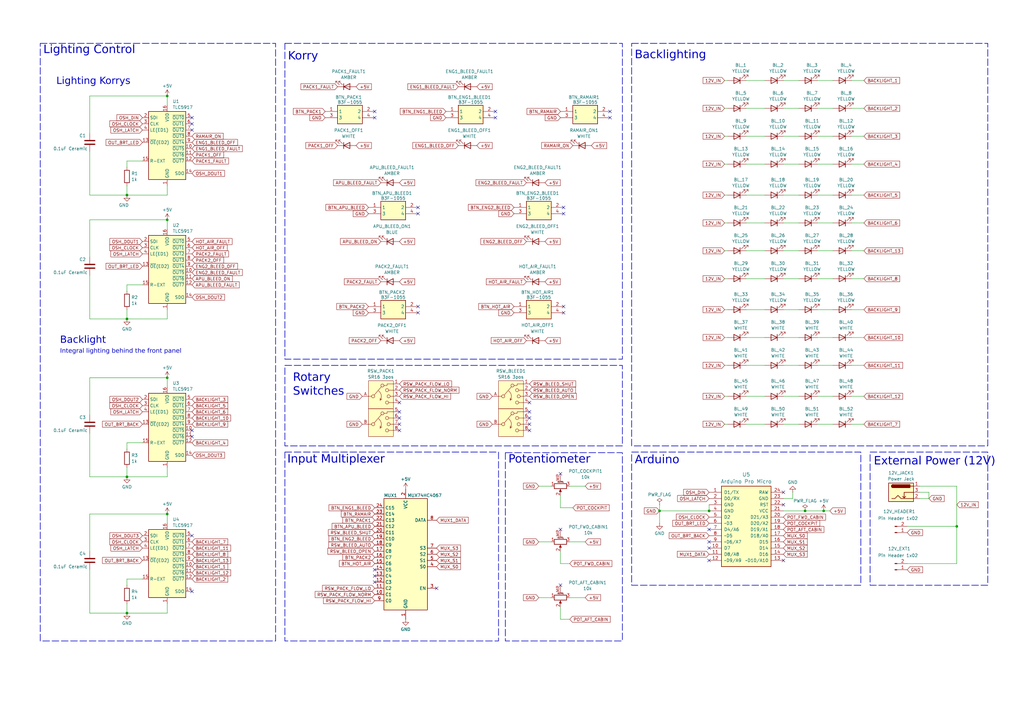
<source format=kicad_sch>
(kicad_sch (version 20231120) (generator "eeschema") (generator_version "8.0")
  (paper "A3")
  (title_block (title "AIR CONDitionPanel") (date "2024-11-17") (rev "V1.0") (company "S.K."))
  (junction (at 68.58 154.94))
  (junction (at 330.2 209.55))
  (junction (at 290.83 209.55))
  (junction (at 68.58 210.82))
  (junction (at 270.51 209.55))
  (junction (at 52.07 130.81))
  (junction (at 68.58 90.17))
  (junction (at 68.58 39.37))
  (junction (at 52.07 195.58))
  (junction (at 392.43 215.9))
  (junction (at 337.82 209.55))
  (junction (at 52.07 251.46))
  (junction (at 52.07 80.01))
  (no_connect (at 78.74 179.07))
  (no_connect (at 78.74 50.8))
  (no_connect (at 321.31 207.01))
  (no_connect (at 153.67 48.26))
  (no_connect (at 171.45 87.63))
  (no_connect (at 78.74 242.57))
  (no_connect (at 78.74 176.53))
  (no_connect (at 229.87 217.17))
  (no_connect (at 163.83 173.99))
  (no_connect (at 153.67 45.72))
  (no_connect (at 171.45 85.09))
  (no_connect (at 250.19 48.26))
  (no_connect (at 179.07 241.3))
  (no_connect (at 78.74 219.71))
  (no_connect (at 153.67 233.68))
  (no_connect (at 171.45 125.73))
  (no_connect (at 321.31 201.93))
  (no_connect (at 321.31 229.87))
  (no_connect (at 231.14 87.63))
  (no_connect (at 217.17 165.1))
  (no_connect (at 217.17 176.53))
  (no_connect (at 217.17 173.99))
  (no_connect (at 203.2 48.26))
  (no_connect (at 78.74 48.26))
  (no_connect (at 231.14 128.27))
  (no_connect (at 290.83 222.25))
  (no_connect (at 290.83 217.17))
  (no_connect (at 163.83 165.1))
  (no_connect (at 290.83 224.79))
  (no_connect (at 217.17 171.45))
  (no_connect (at 231.14 125.73))
  (no_connect (at 203.2 45.72))
  (no_connect (at 78.74 53.34))
  (no_connect (at 163.83 176.53))
  (no_connect (at 163.83 171.45))
  (no_connect (at 231.14 85.09))
  (no_connect (at 153.67 236.22))
  (no_connect (at 217.17 168.91))
  (no_connect (at 171.45 128.27))
  (no_connect (at 163.83 168.91))
  (no_connect (at 250.19 45.72))
  (no_connect (at 229.87 194.31))
  (no_connect (at 290.83 229.87))
  (no_connect (at 229.87 240.03))
  (no_connect (at 153.67 238.76))
  (wire (pts (xy 52.07 127) (xy 52.07 130.81)))
  (wire (pts (xy 392.43 199.39) (xy 392.43 215.9)))
  (wire (pts (xy 306.07 44.45) (xy 313.69 44.45)))
  (wire (pts (xy 36.83 251.46) (xy 52.07 251.46)))
  (wire (pts (xy 321.31 162.56) (xy 327.66 162.56)))
  (wire (pts (xy 321.31 138.43) (xy 327.66 138.43)))
  (wire (pts (xy 321.31 33.02) (xy 327.66 33.02)))
  (wire (pts (xy 349.25 67.31) (xy 354.33 67.31)))
  (wire (pts (xy 229.87 248.92) (xy 229.87 254)))
  (wire (pts (xy 335.28 138.43) (xy 341.63 138.43)))
  (wire (pts (xy 349.25 80.01) (xy 354.33 80.01)))
  (wire (pts (xy 52.07 237.49) (xy 52.07 240.03)))
  (wire (pts (xy 220.98 222.25) (xy 226.06 222.25)))
  (wire (pts (xy 52.07 80.01) (xy 68.58 80.01)))
  (wire (pts (xy 52.07 116.84) (xy 52.07 119.38)))
  (wire (pts (xy 220.98 199.39) (xy 226.06 199.39)))
  (wire (pts (xy 36.83 80.01) (xy 52.07 80.01)))
  (wire (pts (xy 36.83 210.82) (xy 36.83 226.06)))
  (wire (pts (xy 229.87 231.14) (xy 233.68 231.14)))
  (wire (pts (xy 36.83 113.03) (xy 36.83 130.81)))
  (wire (pts (xy 298.45 67.31) (xy 297.18 67.31)))
  (wire (pts (xy 36.83 154.94) (xy 68.58 154.94)))
  (wire (pts (xy 349.25 162.56) (xy 354.33 162.56)))
  (wire (pts (xy 68.58 90.17) (xy 68.58 93.98)))
  (wire (pts (xy 321.31 80.01) (xy 327.66 80.01)))
  (wire (pts (xy 349.25 127) (xy 354.33 127)))
  (wire (pts (xy 36.83 195.58) (xy 52.07 195.58)))
  (wire (pts (xy 377.19 199.39) (xy 392.43 199.39)))
  (wire (pts (xy 36.83 130.81) (xy 52.07 130.81)))
  (wire (pts (xy 68.58 80.01) (xy 68.58 76.2)))
  (wire (pts (xy 298.45 162.56) (xy 297.18 162.56)))
  (wire (pts (xy 349.25 149.86) (xy 354.33 149.86)))
  (wire (pts (xy 52.07 76.2) (xy 52.07 80.01)))
  (wire (pts (xy 36.83 39.37) (xy 36.83 54.61)))
  (wire (pts (xy 377.19 204.47) (xy 381 204.47)))
  (wire (pts (xy 349.25 91.44) (xy 354.33 91.44)))
  (wire (pts (xy 306.07 114.3) (xy 313.69 114.3)))
  (wire (pts (xy 52.07 251.46) (xy 68.58 251.46)))
  (wire (pts (xy 349.25 114.3) (xy 354.33 114.3)))
  (wire (pts (xy 298.45 114.3) (xy 297.18 114.3)))
  (wire (pts (xy 335.28 173.99) (xy 341.63 173.99)))
  (wire (pts (xy 52.07 247.65) (xy 52.07 251.46)))
  (wire (pts (xy 270.51 209.55) (xy 290.83 209.55)))
  (wire (pts (xy 335.28 162.56) (xy 341.63 162.56)))
  (wire (pts (xy 325.12 204.47) (xy 325.12 201.93)))
  (wire (pts (xy 270.51 207.01) (xy 270.51 209.55)))
  (wire (pts (xy 233.68 245.11) (xy 240.03 245.11)))
  (wire (pts (xy 349.25 33.02) (xy 354.33 33.02)))
  (wire (pts (xy 372.11 215.9) (xy 392.43 215.9)))
  (wire (pts (xy 297.18 33.02) (xy 298.45 33.02)))
  (wire (pts (xy 349.25 138.43) (xy 354.33 138.43)))
  (wire (pts (xy 306.07 91.44) (xy 313.69 91.44)))
  (wire (pts (xy 58.42 66.04) (xy 52.07 66.04)))
  (wire (pts (xy 306.07 127) (xy 313.69 127)))
  (wire (pts (xy 52.07 191.77) (xy 52.07 195.58)))
  (wire (pts (xy 381 201.93) (xy 381 204.47)))
  (wire (pts (xy 335.28 149.86) (xy 341.63 149.86)))
  (wire (pts (xy 321.31 149.86) (xy 327.66 149.86)))
  (wire (pts (xy 229.87 254) (xy 233.68 254)))
  (wire (pts (xy 306.07 33.02) (xy 313.69 33.02)))
  (wire (pts (xy 306.07 67.31) (xy 313.69 67.31)))
  (wire (pts (xy 321.31 91.44) (xy 327.66 91.44)))
  (wire (pts (xy 335.28 44.45) (xy 341.63 44.45)))
  (wire (pts (xy 335.28 33.02) (xy 341.63 33.02)))
  (wire (pts (xy 233.68 199.39) (xy 240.03 199.39)))
  (wire (pts (xy 306.07 138.43) (xy 313.69 138.43)))
  (wire (pts (xy 68.58 130.81) (xy 68.58 127)))
  (wire (pts (xy 58.42 116.84) (xy 52.07 116.84)))
  (wire (pts (xy 306.07 173.99) (xy 313.69 173.99)))
  (wire (pts (xy 321.31 204.47) (xy 325.12 204.47)))
  (wire (pts (xy 321.31 67.31) (xy 327.66 67.31)))
  (wire (pts (xy 36.83 62.23) (xy 36.83 80.01)))
  (wire (pts (xy 298.45 138.43) (xy 297.18 138.43)))
  (wire (pts (xy 270.51 214.63) (xy 270.51 209.55)))
  (wire (pts (xy 298.45 127) (xy 297.18 127)))
  (wire (pts (xy 298.45 44.45) (xy 297.18 44.45)))
  (wire (pts (xy 220.98 245.11) (xy 226.06 245.11)))
  (wire (pts (xy 349.25 44.45) (xy 354.33 44.45)))
  (wire (pts (xy 229.87 226.06) (xy 229.87 231.14)))
  (wire (pts (xy 52.07 181.61) (xy 52.07 184.15)))
  (wire (pts (xy 335.28 102.87) (xy 341.63 102.87)))
  (wire (pts (xy 321.31 44.45) (xy 327.66 44.45)))
  (wire (pts (xy 321.31 209.55) (xy 330.2 209.55)))
  (wire (pts (xy 321.31 127) (xy 327.66 127)))
  (wire (pts (xy 306.07 162.56) (xy 313.69 162.56)))
  (wire (pts (xy 36.83 210.82) (xy 68.58 210.82)))
  (wire (pts (xy 68.58 39.37) (xy 68.58 43.18)))
  (wire (pts (xy 298.45 91.44) (xy 297.18 91.44)))
  (wire (pts (xy 335.28 67.31) (xy 341.63 67.31)))
  (wire (pts (xy 36.83 233.68) (xy 36.83 251.46)))
  (wire (pts (xy 349.25 102.87) (xy 354.33 102.87)))
  (wire (pts (xy 377.19 201.93) (xy 381 201.93)))
  (wire (pts (xy 392.43 231.14) (xy 392.43 215.9)))
  (wire (pts (xy 306.07 80.01) (xy 313.69 80.01)))
  (wire (pts (xy 52.07 66.04) (xy 52.07 68.58)))
  (wire (pts (xy 68.58 210.82) (xy 68.58 214.63)))
  (wire (pts (xy 321.31 114.3) (xy 327.66 114.3)))
  (wire (pts (xy 58.42 237.49) (xy 52.07 237.49)))
  (wire (pts (xy 349.25 173.99) (xy 354.33 173.99)))
  (wire (pts (xy 335.28 127) (xy 341.63 127)))
  (wire (pts (xy 36.83 154.94) (xy 36.83 170.18)))
  (wire (pts (xy 321.31 55.88) (xy 327.66 55.88)))
  (wire (pts (xy 36.83 177.8) (xy 36.83 195.58)))
  (wire (pts (xy 330.2 209.55) (xy 337.82 209.55)))
  (wire (pts (xy 337.82 209.55) (xy 340.36 209.55)))
  (wire (pts (xy 36.83 39.37) (xy 68.58 39.37)))
  (wire (pts (xy 335.28 55.88) (xy 341.63 55.88)))
  (wire (pts (xy 68.58 251.46) (xy 68.58 247.65)))
  (wire (pts (xy 298.45 149.86) (xy 297.18 149.86)))
  (wire (pts (xy 321.31 102.87) (xy 327.66 102.87)))
  (wire (pts (xy 298.45 102.87) (xy 297.18 102.87)))
  (wire (pts (xy 233.68 222.25) (xy 240.03 222.25)))
  (wire (pts (xy 306.07 102.87) (xy 313.69 102.87)))
  (wire (pts (xy 335.28 80.01) (xy 341.63 80.01)))
  (wire (pts (xy 335.28 114.3) (xy 341.63 114.3)))
  (wire (pts (xy 52.07 130.81) (xy 68.58 130.81)))
  (wire (pts (xy 68.58 154.94) (xy 68.58 158.75)))
  (wire (pts (xy 36.83 90.17) (xy 36.83 105.41)))
  (wire (pts (xy 372.11 231.14) (xy 392.43 231.14)))
  (wire (pts (xy 335.28 91.44) (xy 341.63 91.44)))
  (wire (pts (xy 290.83 207.01) (xy 290.83 209.55)))
  (wire (pts (xy 349.25 55.88) (xy 354.33 55.88)))
  (wire (pts (xy 306.07 149.86) (xy 313.69 149.86)))
  (wire (pts (xy 229.87 203.2) (xy 229.87 208.28)))
  (wire (pts (xy 68.58 195.58) (xy 68.58 191.77)))
  (wire (pts (xy 298.45 173.99) (xy 297.18 173.99)))
  (wire (pts (xy 36.83 90.17) (xy 68.58 90.17)))
  (wire (pts (xy 229.87 208.28) (xy 234.95 208.28)))
  (wire (pts (xy 298.45 80.01) (xy 297.18 80.01)))
  (wire (pts (xy 298.45 55.88) (xy 297.18 55.88)))
  (wire (pts (xy 306.07 55.88) (xy 313.69 55.88)))
  (wire (pts (xy 58.42 181.61) (xy 52.07 181.61)))
  (wire (pts (xy 321.31 173.99) (xy 327.66 173.99)))
  (wire (pts (xy 52.07 195.58) (xy 68.58 195.58)))
  (rectangle (start 356.87 185.42) (end 405.13 240.03) (stroke (width 0.254) (type dash)))
  (rectangle (start 16.51 17.78) (end 113.03 262.89) (stroke (width 0.254) (type dash)))
  (rectangle (start 116.84 149.86) (end 255.27 182.88) (stroke (width 0.254) (type dash)))
  (rectangle (start 116.84 185.42) (end 204.47 262.89) (stroke (width 0.254) (type dash)))
  (rectangle (start 207.264 185.674) (end 255.27 262.89) (stroke (width 0.254) (type dash)))
  (rectangle (start 259.0799 17.78) (end 405.13 182.88) (stroke (width 0.254) (type dash)))
  (rectangle (start 259.08 185.42) (end 353.06 240.03) (stroke (width 0.254) (type dash)))
  (rectangle (start 116.84 17.78) (end 255.27 147.32) (stroke (width 0.254) (type dash)))
  (text "Backlighting" (at 260.35 21.59 0) (effects (font (size 3.3782 3.3782)) (justify left top)))
  (text "Arduino" (at 260.35 187.706 0) (effects (font (size 3.3782 3.3782)) (justify left top)))
  (text "Rotary\nSwitches" (at 120.142 153.924 0) (effects (font (size 3.3782 3.3782)) (justify left top)))
  (text "Korry" (at 118.11 22.098 0) (effects (font (size 3.3782 3.3782)) (justify left top)))
  (text "Potentiometer" (at 208.534 187.452 0) (effects (font (size 3.3782 3.3782)) (justify left top)))
  (text "Input Multiplexer" (at 117.856 187.452 0) (effects (font (size 3.3782 3.3782)) (justify left top)))
  (text "External Power (12V)" (at 358.394 188.214 0) (effects (font (size 3.3782 3.3782)) (justify left top)))
  (text "Lighting Korrys" (at 23.114 32.512 0) (effects (font (size 2.8956 2.8956)) (justify left top)))
  (text "Lighting Control" (at 17.78 19.4818 0) (effects (font (size 3.3782 3.3782)) (justify left top)))
  (text "Integral lighting behind the front panel" (at 24.638 143.5608 0) (effects (font (size 1.8288 1.8288)) (justify left top)))
  (text "Backlight" (at 24.638 138.684 0) (effects (font (size 2.8956 2.8956)) (justify left top)))
  (global_label "OSH_LATCH" (shape input) (at 290.83 204.47 180) (property "Intersheetrefs" "${INTERSHEET_REFS}" (effects (hide yes))))
  (global_label "POT_AFT_CABIN" (shape input) (at 321.31 217.17 0) (property "Intersheetrefs" "${INTERSHEET_REFS}" (effects (hide yes))))
  (global_label "BACKLIGHT_13" (shape input) (at 78.74 229.87 0) (property "Intersheetrefs" "${INTERSHEET_REFS}" (effects (hide yes))))
  (global_label "ENG1_BLEED_FAULT" (shape input) (at 187.96 35.56 180) (property "Intersheetrefs" "${INTERSHEET_REFS}" (effects (hide yes))))
  (global_label "ENG1_BLEED_OFF" (shape input) (at 187.96 59.69 180) (property "Intersheetrefs" "${INTERSHEET_REFS}" (effects (hide yes))))
  (global_label "OSH_DOUT1" (shape input) (at 78.74 71.12 0) (property "Intersheetrefs" "${INTERSHEET_REFS}" (effects (hide yes))))
  (global_label "BACKLIGHT_4" (shape input) (at 78.74 181.61 0) (property "Intersheetrefs" "${INTERSHEET_REFS}" (effects (hide yes))))
  (global_label "APU_BLEED_ON" (shape input) (at 78.74 114.3 0) (property "Intersheetrefs" "${INTERSHEET_REFS}" (effects (hide yes))))
  (global_label "12V_IN" (shape input) (at 297.18 80.01 180) (property "Intersheetrefs" "${INTERSHEET_REFS}" (effects (hide yes))))
  (global_label "PACK2_OFF" (shape input) (at 156.21 139.7 180) (property "Intersheetrefs" "${INTERSHEET_REFS}" (effects (hide yes))))
  (global_label "GND" (shape input) (at 133.35 48.26 180) (property "Intersheetrefs" "${INTERSHEET_REFS}" (effects (hide yes))))
  (global_label "BACKLIGHT_1" (shape input) (at 78.74 232.41 0) (property "Intersheetrefs" "${INTERSHEET_REFS}" (effects (hide yes))))
  (global_label "MUX1_DATA" (shape input) (at 290.83 227.33 180) (property "Intersheetrefs" "${INTERSHEET_REFS}" (effects (hide yes))))
  (global_label "OSH_DOUT3" (shape input) (at 58.42 219.71 180) (property "Intersheetrefs" "${INTERSHEET_REFS}" (effects (hide yes))))
  (global_label "MUX1_DATA" (shape input) (at 179.07 213.36 0) (property "Intersheetrefs" "${INTERSHEET_REFS}" (effects (hide yes))))
  (global_label "APU_BLEED_FAULT" (shape input) (at 156.21 74.93 180) (property "Intersheetrefs" "${INTERSHEET_REFS}" (effects (hide yes))))
  (global_label "GND" (shape input) (at 270.51 209.55 180) (property "Intersheetrefs" "${INTERSHEET_REFS}" (effects (hide yes))))
  (global_label "ENG1_BLEED_FAULT" (shape input) (at 78.74 60.96 0) (property "Intersheetrefs" "${INTERSHEET_REFS}" (effects (hide yes))))
  (global_label "GND" (shape input) (at 151.13 128.27 180) (property "Intersheetrefs" "${INTERSHEET_REFS}" (effects (hide yes))))
  (global_label "PACK2_FAULT" (shape input) (at 156.21 115.57 180) (property "Intersheetrefs" "${INTERSHEET_REFS}" (effects (hide yes))))
  (global_label "+5V" (shape input) (at 146.05 59.69 0) (property "Intersheetrefs" "${INTERSHEET_REFS}" (effects (hide yes))))
  (global_label "OSH_CLOCK" (shape input) (at 58.42 222.25 180) (property "Intersheetrefs" "${INTERSHEET_REFS}" (effects (hide yes))))
  (global_label "RAMAIR_ON" (shape input) (at 78.74 55.88 0) (property "Intersheetrefs" "${INTERSHEET_REFS}" (effects (hide yes))))
  (global_label "PACK2_FAULT" (shape input) (at 78.74 104.14 0) (property "Intersheetrefs" "${INTERSHEET_REFS}" (effects (hide yes))))
  (global_label "OUT_BRT_LED" (shape input) (at 290.83 214.63 180) (property "Intersheetrefs" "${INTERSHEET_REFS}" (effects (hide yes))))
  (global_label "BACKLIGHT_9" (shape input) (at 354.33 127 0) (property "Intersheetrefs" "${INTERSHEET_REFS}" (effects (hide yes))))
  (global_label "RSW_BLEED_SHUT" (shape input) (at 217.17 157.48 0) (property "Intersheetrefs" "${INTERSHEET_REFS}" (effects (hide yes))))
  (global_label "12V_IN" (shape input) (at 297.18 173.99 180) (property "Intersheetrefs" "${INTERSHEET_REFS}" (effects (hide yes))))
  (global_label "RSW_PACK_FLOW_HI" (shape input) (at 153.67 246.38 180) (property "Intersheetrefs" "${INTERSHEET_REFS}" (effects (hide yes))))
  (global_label "RSW_PACK_FLOW_NORM" (shape input) (at 153.67 243.84 180) (property "Intersheetrefs" "${INTERSHEET_REFS}" (effects (hide yes))))
  (global_label "BTN_ENG1_BLEED" (shape input) (at 153.67 208.28 180) (property "Intersheetrefs" "${INTERSHEET_REFS}" (effects (hide yes))))
  (global_label "RSW_BLEED_AUTO" (shape input) (at 153.67 223.52 180) (property "Intersheetrefs" "${INTERSHEET_REFS}" (effects (hide yes))))
  (global_label "OUT_BRT_BACK" (shape input) (at 290.83 219.71 180) (property "Intersheetrefs" "${INTERSHEET_REFS}" (effects (hide yes))))
  (global_label "BACKLIGHT_2" (shape input) (at 78.74 237.49 0) (property "Intersheetrefs" "${INTERSHEET_REFS}" (effects (hide yes))))
  (global_label "BACKLIGHT_3" (shape input) (at 354.33 55.88 0) (property "Intersheetrefs" "${INTERSHEET_REFS}" (effects (hide yes))))
  (global_label "BACKLIGHT_12" (shape input) (at 78.74 234.95 0) (property "Intersheetrefs" "${INTERSHEET_REFS}" (effects (hide yes))))
  (global_label "GND" (shape input) (at 372.11 218.44 0) (property "Intersheetrefs" "${INTERSHEET_REFS}" (effects (hide yes))))
  (global_label "BACKLIGHT_1" (shape input) (at 354.33 33.02 0) (property "Intersheetrefs" "${INTERSHEET_REFS}" (effects (hide yes))))
  (global_label "BTN_PACK2" (shape input) (at 153.67 228.6 180) (property "Intersheetrefs" "${INTERSHEET_REFS}" (effects (hide yes))))
  (global_label "BACKLIGHT_9" (shape input) (at 78.74 173.99 0) (property "Intersheetrefs" "${INTERSHEET_REFS}" (effects (hide yes))))
  (global_label "BTN_HOT_AIR" (shape input) (at 210.82 125.73 180) (property "Intersheetrefs" "${INTERSHEET_REFS}" (effects (hide yes))))
  (global_label "12V_IN" (shape input) (at 297.18 162.56 180) (property "Intersheetrefs" "${INTERSHEET_REFS}" (effects (hide yes))))
  (global_label "BACKLIGHT_10" (shape input) (at 354.33 138.43 0) (property "Intersheetrefs" "${INTERSHEET_REFS}" (effects (hide yes))))
  (global_label "12V_IN" (shape input) (at 297.18 138.43 180) (property "Intersheetrefs" "${INTERSHEET_REFS}" (effects (hide yes))))
  (global_label "BACKLIGHT_3" (shape input) (at 78.74 163.83 0) (property "Intersheetrefs" "${INTERSHEET_REFS}" (effects (hide yes))))
  (global_label "12V_IN" (shape input) (at 297.18 127 180) (property "Intersheetrefs" "${INTERSHEET_REFS}" (effects (hide yes))))
  (global_label "ENG2_BLEED_FAULT" (shape input) (at 78.74 111.76 0) (property "Intersheetrefs" "${INTERSHEET_REFS}" (effects (hide yes))))
  (global_label "BACKLIGHT_6" (shape input) (at 78.74 168.91 0) (property "Intersheetrefs" "${INTERSHEET_REFS}" (effects (hide yes))))
  (global_label "GND" (shape input) (at 220.98 222.25 180) (property "Intersheetrefs" "${INTERSHEET_REFS}" (effects (hide yes))))
  (global_label "GND" (shape input) (at 229.87 48.26 180) (property "Intersheetrefs" "${INTERSHEET_REFS}" (effects (hide yes))))
  (global_label "+5V" (shape input) (at 163.83 74.93 0) (property "Intersheetrefs" "${INTERSHEET_REFS}" (effects (hide yes))))
  (global_label "BACKLIGHT_8" (shape input) (at 354.33 114.3 0) (property "Intersheetrefs" "${INTERSHEET_REFS}" (effects (hide yes))))
  (global_label "+5V" (shape input) (at 146.05 35.56 0) (property "Intersheetrefs" "${INTERSHEET_REFS}" (effects (hide yes))))
  (global_label "OSH_LATCH" (shape input) (at 58.42 224.79 180) (property "Intersheetrefs" "${INTERSHEET_REFS}" (effects (hide yes))))
  (global_label "12V_IN" (shape input) (at 392.43 207.01 0) (property "Intersheetrefs" "${INTERSHEET_REFS}" (effects (hide yes))))
  (global_label "APU_BLEED_ON" (shape input) (at 156.21 99.06 180) (property "Intersheetrefs" "${INTERSHEET_REFS}" (effects (hide yes))))
  (global_label "BACKLIGHT_11" (shape input) (at 354.33 149.86 0) (property "Intersheetrefs" "${INTERSHEET_REFS}" (effects (hide yes))))
  (global_label "12V_IN" (shape input) (at 297.18 33.02 180) (property "Intersheetrefs" "${INTERSHEET_REFS}" (effects (hide yes))))
  (global_label "BACKLIGHT_6" (shape input) (at 354.33 91.44 0) (property "Intersheetrefs" "${INTERSHEET_REFS}" (effects (hide yes))))
  (global_label "OSH_LATCH" (shape input) (at 58.42 168.91 180) (property "Intersheetrefs" "${INTERSHEET_REFS}" (effects (hide yes))))
  (global_label "+5V" (shape input) (at 242.57 59.69 0) (property "Intersheetrefs" "${INTERSHEET_REFS}" (effects (hide yes))))
  (global_label "MUX_S2" (shape input) (at 179.07 227.33 0) (property "Intersheetrefs" "${INTERSHEET_REFS}" (effects (hide yes))))
  (global_label "OSH_LATCH" (shape input) (at 58.42 53.34 180) (property "Intersheetrefs" "${INTERSHEET_REFS}" (effects (hide yes))))
  (global_label "BTN_ENG2_BLEED" (shape input) (at 210.82 85.09 180) (property "Intersheetrefs" "${INTERSHEET_REFS}" (effects (hide yes))))
  (global_label "12V_IN" (shape input) (at 297.18 114.3 180) (property "Intersheetrefs" "${INTERSHEET_REFS}" (effects (hide yes))))
  (global_label "GND" (shape input) (at 210.82 128.27 180) (property "Intersheetrefs" "${INTERSHEET_REFS}" (effects (hide yes))))
  (global_label "GND" (shape input) (at 220.98 199.39 180) (property "Intersheetrefs" "${INTERSHEET_REFS}" (effects (hide yes))))
  (global_label "GND" (shape input) (at 220.98 245.11 180) (property "Intersheetrefs" "${INTERSHEET_REFS}" (effects (hide yes))))
  (global_label "+5V" (shape input) (at 163.83 115.57 0) (property "Intersheetrefs" "${INTERSHEET_REFS}" (effects (hide yes))))
  (global_label "+5V" (shape input) (at 163.83 99.06 0) (property "Intersheetrefs" "${INTERSHEET_REFS}" (effects (hide yes))))
  (global_label "12V_IN" (shape input) (at 297.18 55.88 180) (property "Intersheetrefs" "${INTERSHEET_REFS}" (effects (hide yes))))
  (global_label "GND" (shape input) (at 210.82 87.63 180) (property "Intersheetrefs" "${INTERSHEET_REFS}" (effects (hide yes))))
  (global_label "+5V" (shape input) (at 195.58 35.56 0) (property "Intersheetrefs" "${INTERSHEET_REFS}" (effects (hide yes))))
  (global_label "GND" (shape input) (at 372.11 233.68 0) (property "Intersheetrefs" "${INTERSHEET_REFS}" (effects (hide yes))))
  (global_label "OSH_DOUT2" (shape input) (at 58.42 163.83 180) (property "Intersheetrefs" "${INTERSHEET_REFS}" (effects (hide yes))))
  (global_label "+5V" (shape input) (at 240.03 222.25 0) (property "Intersheetrefs" "${INTERSHEET_REFS}" (effects (hide yes))))
  (global_label "+5V" (shape input) (at 340.36 209.55 0) (property "Intersheetrefs" "${INTERSHEET_REFS}" (effects (hide yes))))
  (global_label "BACKLIGHT_7" (shape input) (at 354.33 173.99 0) (property "Intersheetrefs" "${INTERSHEET_REFS}" (effects (hide yes))))
  (global_label "GND" (shape input) (at 182.88 48.26 180) (property "Intersheetrefs" "${INTERSHEET_REFS}" (effects (hide yes))))
  (global_label "OUT_BRT_BACK" (shape input) (at 58.42 173.99 180) (property "Intersheetrefs" "${INTERSHEET_REFS}" (effects (hide yes))))
  (global_label "+5V" (shape input) (at 223.52 139.7 0) (property "Intersheetrefs" "${INTERSHEET_REFS}" (effects (hide yes))))
  (global_label "OSH_CLOCK" (shape input) (at 58.42 101.6 180) (property "Intersheetrefs" "${INTERSHEET_REFS}" (effects (hide yes))))
  (global_label "BTN_RAMAIR" (shape input) (at 153.67 210.82 180) (property "Intersheetrefs" "${INTERSHEET_REFS}" (effects (hide yes))))
  (global_label "MUX_S3" (shape input) (at 179.07 224.79 0) (property "Intersheetrefs" "${INTERSHEET_REFS}" (effects (hide yes))))
  (global_label "POT_FWD_CABIN" (shape input) (at 321.31 212.09 0) (property "Intersheetrefs" "${INTERSHEET_REFS}" (effects (hide yes))))
  (global_label "BTN_APU_BLEED" (shape input) (at 151.13 85.09 180) (property "Intersheetrefs" "${INTERSHEET_REFS}" (effects (hide yes))))
  (global_label "OUT_BRT_BACK" (shape input) (at 58.42 229.87 180) (property "Intersheetrefs" "${INTERSHEET_REFS}" (effects (hide yes))))
  (global_label "ENG2_BLEED_OFF" (shape input) (at 78.74 109.22 0) (property "Intersheetrefs" "${INTERSHEET_REFS}" (effects (hide yes))))
  (global_label "12V_IN" (shape input) (at 297.18 44.45 180) (property "Intersheetrefs" "${INTERSHEET_REFS}" (effects (hide yes))))
  (global_label "PACK1_OFF" (shape input) (at 78.74 63.5 0) (property "Intersheetrefs" "${INTERSHEET_REFS}" (effects (hide yes))))
  (global_label "RSW_PACK_FLOW_HI" (shape input) (at 163.83 162.56 0) (property "Intersheetrefs" "${INTERSHEET_REFS}" (effects (hide yes))))
  (global_label "BACKLIGHT_8" (shape input) (at 78.74 227.33 0) (property "Intersheetrefs" "${INTERSHEET_REFS}" (effects (hide yes))))
  (global_label "BTN_APU_BLEED" (shape input) (at 153.67 215.9 180) (property "Intersheetrefs" "${INTERSHEET_REFS}" (effects (hide yes))))
  (global_label "GND" (shape input) (at 148.59 173.99 180) (property "Intersheetrefs" "${INTERSHEET_REFS}" (effects (hide yes))))
  (global_label "MUX_S2" (shape input) (at 321.31 224.79 0) (property "Intersheetrefs" "${INTERSHEET_REFS}" (effects (hide yes))))
  (global_label "OSH_DIN" (shape input) (at 58.42 48.26 180) (property "Intersheetrefs" "${INTERSHEET_REFS}" (effects (hide yes))))
  (global_label "12V_IN" (shape input) (at 297.18 67.31 180) (property "Intersheetrefs" "${INTERSHEET_REFS}" (effects (hide yes))))
  (global_label "POT_COCKPIT" (shape input) (at 321.31 214.63 0) (property "Intersheetrefs" "${INTERSHEET_REFS}" (effects (hide yes))))
  (global_label "PACK1_OFF" (shape input) (at 138.43 59.69 180) (property "Intersheetrefs" "${INTERSHEET_REFS}" (effects (hide yes))))
  (global_label "OSH_CLOCK" (shape input) (at 290.83 212.09 180) (property "Intersheetrefs" "${INTERSHEET_REFS}" (effects (hide yes))))
  (global_label "+5V" (shape input) (at 223.52 74.93 0) (property "Intersheetrefs" "${INTERSHEET_REFS}" (effects (hide yes))))
  (global_label "MUX_S3" (shape input) (at 321.31 227.33 0) (property "Intersheetrefs" "${INTERSHEET_REFS}" (effects (hide yes))))
  (global_label "RSW_BLEED_SHUT" (shape input) (at 153.67 218.44 180) (property "Intersheetrefs" "${INTERSHEET_REFS}" (effects (hide yes))))
  (global_label "HOT_AIR_FAULT" (shape input) (at 215.9 115.57 180) (property "Intersheetrefs" "${INTERSHEET_REFS}" (effects (hide yes))))
  (global_label "BACKLIGHT_5" (shape input) (at 78.74 166.37 0) (property "Intersheetrefs" "${INTERSHEET_REFS}" (effects (hide yes))))
  (global_label "PACK1_FAULT" (shape input) (at 138.43 35.56 180) (property "Intersheetrefs" "${INTERSHEET_REFS}" (effects (hide yes))))
  (global_label "PACK1_FAULT" (shape input) (at 78.74 66.04 0) (property "Intersheetrefs" "${INTERSHEET_REFS}" (effects (hide yes))))
  (global_label "MUX_S0" (shape input) (at 179.07 232.41 0) (property "Intersheetrefs" "${INTERSHEET_REFS}" (effects (hide yes))))
  (global_label "+5V" (shape input) (at 240.03 199.39 0) (property "Intersheetrefs" "${INTERSHEET_REFS}" (effects (hide yes))))
  (global_label "POT_AFT_CABIN" (shape input) (at 233.68 254 0) (property "Intersheetrefs" "${INTERSHEET_REFS}" (effects (hide yes))))
  (global_label "BACKLIGHT_10" (shape input) (at 78.74 171.45 0) (property "Intersheetrefs" "${INTERSHEET_REFS}" (effects (hide yes))))
  (global_label "OSH_DOUT1" (shape input) (at 58.42 99.06 180) (property "Intersheetrefs" "${INTERSHEET_REFS}" (effects (hide yes))))
  (global_label "12V_IN" (shape input) (at 297.18 149.86 180) (property "Intersheetrefs" "${INTERSHEET_REFS}" (effects (hide yes))))
  (global_label "GND" (shape input) (at 201.93 162.56 180) (property "Intersheetrefs" "${INTERSHEET_REFS}" (effects (hide yes))))
  (global_label "RSW_BLEED_OPEN" (shape input) (at 153.67 226.06 180) (property "Intersheetrefs" "${INTERSHEET_REFS}" (effects (hide yes))))
  (global_label "+5V" (shape input) (at 223.52 99.06 0) (property "Intersheetrefs" "${INTERSHEET_REFS}" (effects (hide yes))))
  (global_label "MUX_S1" (shape input) (at 179.07 229.87 0) (property "Intersheetrefs" "${INTERSHEET_REFS}" (effects (hide yes))))
  (global_label "OSH_DOUT2" (shape input) (at 78.74 121.92 0) (property "Intersheetrefs" "${INTERSHEET_REFS}" (effects (hide yes))))
  (global_label "GND" (shape input) (at 151.13 87.63 180) (property "Intersheetrefs" "${INTERSHEET_REFS}" (effects (hide yes))))
  (global_label "BTN_RAMAIR" (shape input) (at 229.87 45.72 180) (property "Intersheetrefs" "${INTERSHEET_REFS}" (effects (hide yes))))
  (global_label "BACKLIGHT_11" (shape input) (at 78.74 224.79 0) (property "Intersheetrefs" "${INTERSHEET_REFS}" (effects (hide yes))))
  (global_label "BTN_ENG2_BLEED" (shape input) (at 153.67 220.98 180) (property "Intersheetrefs" "${INTERSHEET_REFS}" (effects (hide yes))))
  (global_label "ENG2_BLEED_FAULT" (shape input) (at 215.9 74.93 180) (property "Intersheetrefs" "${INTERSHEET_REFS}" (effects (hide yes))))
  (global_label "OSH_CLOCK" (shape input) (at 58.42 166.37 180) (property "Intersheetrefs" "${INTERSHEET_REFS}" (effects (hide yes))))
  (global_label "BTN_PACK1" (shape input) (at 153.67 213.36 180) (property "Intersheetrefs" "${INTERSHEET_REFS}" (effects (hide yes))))
  (global_label "RSW_PACK_FLOW_NORM" (shape input) (at 163.83 160.02 0) (property "Intersheetrefs" "${INTERSHEET_REFS}" (effects (hide yes))))
  (global_label "BACKLIGHT_13" (shape input) (at 354.33 102.87 0) (property "Intersheetrefs" "${INTERSHEET_REFS}" (effects (hide yes))))
  (global_label "OUT_BRT_LED" (shape input) (at 58.42 58.42 180) (property "Intersheetrefs" "${INTERSHEET_REFS}" (effects (hide yes))))
  (global_label "BTN_HOT_AIR" (shape input) (at 153.67 231.14 180) (property "Intersheetrefs" "${INTERSHEET_REFS}" (effects (hide yes))))
  (global_label "+5V" (shape input) (at 195.58 59.69 0) (property "Intersheetrefs" "${INTERSHEET_REFS}" (effects (hide yes))))
  (global_label "GND" (shape input) (at 201.93 173.99 180) (property "Intersheetrefs" "${INTERSHEET_REFS}" (effects (hide yes))))
  (global_label "RSW_PACK_FLOW_LO" (shape input) (at 163.83 157.48 0) (property "Intersheetrefs" "${INTERSHEET_REFS}" (effects (hide yes))))
  (global_label "BACKLIGHT_5" (shape input) (at 354.33 80.01 0) (property "Intersheetrefs" "${INTERSHEET_REFS}" (effects (hide yes))))
  (global_label "GND" (shape input) (at 381 204.47 0) (property "Intersheetrefs" "${INTERSHEET_REFS}" (effects (hide yes))))
  (global_label "PACK2_OFF" (shape input) (at 78.74 106.68 0) (property "Intersheetrefs" "${INTERSHEET_REFS}" (effects (hide yes))))
  (global_label "OUT_BRT_LED" (shape input) (at 58.42 109.22 180) (property "Intersheetrefs" "${INTERSHEET_REFS}" (effects (hide yes))))
  (global_label "POT_COCKPIT" (shape input) (at 234.95 208.28 0) (property "Intersheetrefs" "${INTERSHEET_REFS}" (effects (hide yes))))
  (global_label "OSH_CLOCK" (shape input) (at 58.42 50.8 180) (property "Intersheetrefs" "${INTERSHEET_REFS}" (effects (hide yes))))
  (global_label "+5V" (shape input) (at 223.52 115.57 0) (property "Intersheetrefs" "${INTERSHEET_REFS}" (effects (hide yes))))
  (global_label "RSW_PACK_FLOW_LO" (shape input) (at 153.67 241.3 180) (property "Intersheetrefs" "${INTERSHEET_REFS}" (effects (hide yes))))
  (global_label "12V_IN" (shape input) (at 297.18 102.87 180) (property "Intersheetrefs" "${INTERSHEET_REFS}" (effects (hide yes))))
  (global_label "APU_BLEED_FAULT" (shape input) (at 78.74 116.84 0) (property "Intersheetrefs" "${INTERSHEET_REFS}" (effects (hide yes))))
  (global_label "BACKLIGHT_7" (shape input) (at 78.74 222.25 0) (property "Intersheetrefs" "${INTERSHEET_REFS}" (effects (hide yes))))
  (global_label "+5V" (shape input) (at 163.83 139.7 0) (property "Intersheetrefs" "${INTERSHEET_REFS}" (effects (hide yes))))
  (global_label "ENG1_BLEED_OFF" (shape input) (at 78.74 58.42 0) (property "Intersheetrefs" "${INTERSHEET_REFS}" (effects (hide yes))))
  (global_label "OSH_DOUT3" (shape input) (at 78.74 186.69 0) (property "Intersheetrefs" "${INTERSHEET_REFS}" (effects (hide yes))))
  (global_label "BTN_PACK2" (shape input) (at 151.13 125.73 180) (property "Intersheetrefs" "${INTERSHEET_REFS}" (effects (hide yes))))
  (global_label "ENG2_BLEED_OFF" (shape input) (at 215.9 99.06 180) (property "Intersheetrefs" "${INTERSHEET_REFS}" (effects (hide yes))))
  (global_label "HOT_AIR_OFF" (shape input) (at 215.9 139.7 180) (property "Intersheetrefs" "${INTERSHEET_REFS}" (effects (hide yes))))
  (global_label "MUX_S0" (shape input) (at 321.31 219.71 0) (property "Intersheetrefs" "${INTERSHEET_REFS}" (effects (hide yes))))
  (global_label "BACKLIGHT_12" (shape input) (at 354.33 162.56 0) (property "Intersheetrefs" "${INTERSHEET_REFS}" (effects (hide yes))))
  (global_label "RSW_BLEED_OPEN" (shape input) (at 217.17 162.56 0) (property "Intersheetrefs" "${INTERSHEET_REFS}" (effects (hide yes))))
  (global_label "+5V" (shape input) (at 240.03 245.11 0) (property "Intersheetrefs" "${INTERSHEET_REFS}" (effects (hide yes))))
  (global_label "BACKLIGHT_4" (shape input) (at 354.33 67.31 0) (property "Intersheetrefs" "${INTERSHEET_REFS}" (effects (hide yes))))
  (global_label "OSH_LATCH" (shape input) (at 58.42 104.14 180) (property "Intersheetrefs" "${INTERSHEET_REFS}" (effects (hide yes))))
  (global_label "RAMAIR_ON" (shape input) (at 234.95 59.69 180) (property "Intersheetrefs" "${INTERSHEET_REFS}" (effects (hide yes))))
  (global_label "HOT_AIR_OFF" (shape input) (at 78.74 101.6 0) (property "Intersheetrefs" "${INTERSHEET_REFS}" (effects (hide yes))))
  (global_label "OSH_DIN" (shape input) (at 290.83 201.93 180) (property "Intersheetrefs" "${INTERSHEET_REFS}" (effects (hide yes))))
  (global_label "BTN_ENG1_BLEED" (shape input) (at 182.88 45.72 180) (property "Intersheetrefs" "${INTERSHEET_REFS}" (effects (hide yes))))
  (global_label "12V_IN" (shape input) (at 297.18 91.44 180) (property "Intersheetrefs" "${INTERSHEET_REFS}" (effects (hide yes))))
  (global_label "POT_FWD_CABIN" (shape input) (at 233.68 231.14 0) (property "Intersheetrefs" "${INTERSHEET_REFS}" (effects (hide yes))))
  (global_label "MUX_S1" (shape input) (at 321.31 222.25 0) (property "Intersheetrefs" "${INTERSHEET_REFS}" (effects (hide yes))))
  (global_label "BACKLIGHT_2" (shape input) (at 354.33 44.45 0) (property "Intersheetrefs" "${INTERSHEET_REFS}" (effects (hide yes))))
  (global_label "HOT_AIR_FAULT" (shape input) (at 78.74 99.06 0) (property "Intersheetrefs" "${INTERSHEET_REFS}" (effects (hide yes))))
  (global_label "BTN_PACK1" (shape input) (at 133.35 45.72 180) (property "Intersheetrefs" "${INTERSHEET_REFS}" (effects (hide yes))))
  (global_label "RSW_BLEED_AUTO" (shape input) (at 217.17 160.02 0) (property "Intersheetrefs" "${INTERSHEET_REFS}" (effects (hide yes))))
  (global_label "GND" (shape input) (at 148.59 162.56 180) (property "Intersheetrefs" "${INTERSHEET_REFS}" (effects (hide yes))))
  (symbol (lib_id "power:+5V") (at 68.58 90.17 0) (unit 1)
    (property "Reference" "#PWR07" (effects (hide yes)))
    (property "Value" "+5V" (at 68.58 86.0369 0))
    (property "Description" "Power symbol creates a global label with name \"+5V\"" (effects (hide yes)))
  )
  (symbol (lib_id "Connector:Barrel_Jack_Switch") (at 369.57 201.93 0) (unit 1)
    (property "Reference" "12V_JACK1" (at 369.57 193.9755 0))
    (property "Value" "Power Jack" (at 369.57 196.3998 0))
    (property "Footprint" "Connector_BarrelJack:BarrelJack_Horizontal" (effects (hide yes)))
    (property "Description" "DC Barrel Jack with an internal switch" (effects (hide yes)))
  )
  (symbol (lib_id "Device:LED") (at 317.5 33.02 180) (unit 1)
    (property "Reference" "BL_2" (at 319.0875 26.7165 0))
    (property "Value" "YELLOW" (at 319.0875 29.1408 0))
    (property "Footprint" "LED_THT:LED_D3.0mm" (effects (hide yes)))
    (property "Description" "Light emitting diode" (effects (hide yes)))
  )
  (symbol (lib_id "Device:R") (at 52.07 243.84 0) (unit 1)
    (property "Reference" "R4" (at 53.848 242.6278 0) (effects (justify left)))
    (property "Value" "1k" (at 53.848 245.0521 0) (effects (justify left)))
    (property "Footprint" "Resistor_THT:R_Axial_DIN0204_L3.6mm_D1.6mm_P7.62mm_Horizontal" (effects (hide yes)))
    (property "Description" "Resistor" (effects (hide yes)))
  )
  (symbol (lib_id "Device:LED") (at 191.77 59.69 0) (mirror x) (unit 1)
    (property "Reference" "ENG1_BLEED_OFF1" (at 192.532 53.4557 0))
    (property "Value" "WHITE" (at 192.532 55.88 0))
    (property "Footprint" "LED_THT:LED_D3.0mm" (effects (hide yes)))
    (property "Description" "Light emitting diode" (effects (hide yes)))
  )
  (symbol (lib_id "Connector:Conn_01x02_Pin") (at 367.03 218.44 0) (mirror x) (unit 1)
    (property "Reference" "12V_HEADER1" (at 368.808 209.804 0))
    (property "Value" "Pin Header 1x02" (at 368.3 212.598 0))
    (property "Footprint" "Connector_JST:JST_EH_B2B-EH-A_1x02_P2.50mm_Vertical" (effects (hide yes)))
    (property "Description" "Generic connector, single row, 01x02, script generated" (effects (hide yes)))
  )
  (symbol (lib_id "Device:LED") (at 331.47 80.01 180) (unit 1)
    (property "Reference" "BL_19" (at 333.0575 73.7065 0))
    (property "Value" "YELLOW" (at 333.0575 76.1308 0))
    (property "Footprint" "LED_THT:LED_D3.0mm" (effects (hide yes)))
    (property "Description" "Light emitting diode" (effects (hide yes)))
  )
  (symbol (lib_id "Device:LED") (at 331.47 102.87 180) (unit 1)
    (property "Reference" "BL_27" (at 333.0575 96.5665 0))
    (property "Value" "YELLOW" (at 333.0575 98.9908 0))
    (property "Footprint" "LED_THT:LED_D3.0mm" (effects (hide yes)))
    (property "Description" "Light emitting diode" (effects (hide yes)))
  )
  (symbol (lib_id "Device:LED") (at 317.5 114.3 180) (unit 1)
    (property "Reference" "BL_30" (at 319.0875 107.9965 0))
    (property "Value" "YELLOW" (at 319.0875 110.4208 0))
    (property "Footprint" "LED_THT:LED_D3.0mm" (effects (hide yes)))
    (property "Description" "Light emitting diode" (effects (hide yes)))
  )
  (symbol (lib_id "Device:R") (at 52.07 123.19 0) (unit 1)
    (property "Reference" "R2" (at 53.848 121.9778 0) (effects (justify left)))
    (property "Value" "1k" (at 53.848 124.4021 0) (effects (justify left)))
    (property "Footprint" "Resistor_THT:R_Axial_DIN0204_L3.6mm_D1.6mm_P7.62mm_Horizontal" (effects (hide yes)))
    (property "Description" "Resistor" (effects (hide yes)))
  )
  (symbol (lib_id "Arduino:Sparkfun_Pro_Micro") (at 306.07 217.17 0) (unit 1)
    (property "Reference" "U5" (at 306.07 194.6326 0) (effects (font (size 1.524 1.524))))
    (property "Value" "Arduino Pro Micro" (at 306.07 197.4655 0) (effects (font (size 1.524 1.524))))
    (property "Footprint" "Arduino:Sparkfun_Pro_Micro" (effects (hide yes)))
    (property "Datasheet" "https://www.sparkfun.com/products/12640" (effects (hide yes)))
    (property "Description" "Sparkfun Pro Micro" (effects (hide yes)))
  )
  (symbol (lib_id "Device:R_Potentiometer_MountingPin") (at 229.87 245.11 90) (mirror x) (unit 1)
    (property "Reference" "POT_AFT_CABIN1" (at 240.9939 238.965 90))
    (property "Value" "10k" (at 240.9939 241.3893 90))
    (property "Footprint" "Potentiometer_THT:Potentiometer_Alps_RK09K_Single_Vertical" (effects (hide yes)))
    (property "Description" "Potentiometer with a mounting pin" (effects (hide yes)))
  )
  (symbol (lib_id "Driver_LED:TLC5917") (at 68.58 229.87 0) (unit 1)
    (property "Reference" "U4" (at 70.7741 213.0255 0) (effects (justify left)))
    (property "Value" "TLC5917" (at 70.7741 215.4498 0) (effects (justify left)))
    (property "Footprint" "Package_DIP:DIP-16_W7.62mm" (effects (hide yes)))
    (property "Datasheet" "https://www.ti.com/lit/ds/symlink/tlc5917.pdf" (effects (hide yes)))
    (property "Description" "8-Channel Constant-Current LED Sink Driver, Short to VLED detection" (effects (hide yes)))
  )
  (symbol (lib_id "Device:LED") (at 345.44 44.45 180) (unit 1)
    (property "Reference" "BL_8" (at 347.0275 38.1465 0))
    (property "Value" "YELLOW" (at 347.0275 40.5708 0))
    (property "Footprint" "LED_THT:LED_D3.0mm" (effects (hide yes)))
    (property "Description" "Light emitting diode" (effects (hide yes)))
  )
  (symbol (lib_id "power:GND") (at 270.51 214.63 0) (mirror y) (unit 1)
    (property "Reference" "#PWR041" (effects (hide yes)))
    (property "Value" "GND" (at 270.51 218.7631 0))
    (property "Description" "Power symbol creates a global label with name \"GND\" , ground" (effects (hide yes)))
  )
  (symbol (lib_id "Device:LED") (at 302.26 149.86 180) (unit 1)
    (property "Reference" "BL_41" (at 303.8475 143.5565 0))
    (property "Value" "WHITE" (at 303.8475 145.9808 0))
    (property "Footprint" "LED_THT:LED_D3.0mm" (effects (hide yes)))
    (property "Description" "Light emitting diode" (effects (hide yes)))
  )
  (symbol (lib_id "Device:LED") (at 331.47 114.3 180) (unit 1)
    (property "Reference" "BL_31" (at 333.0575 107.9965 0))
    (property "Value" "YELLOW" (at 333.0575 110.4208 0))
    (property "Footprint" "LED_THT:LED_D3.0mm" (effects (hide yes)))
    (property "Description" "Light emitting diode" (effects (hide yes)))
  )
  (symbol (lib_id "power:+5V") (at 68.58 39.37 0) (unit 1)
    (property "Reference" "#PWR06" (effects (hide yes)))
    (property "Value" "+5V" (at 68.58 35.2369 0))
    (property "Description" "Power symbol creates a global label with name \"+5V\"" (effects (hide yes)))
  )
  (symbol (lib_id "MyLibrary:MUX74HC4067") (at 166.37 226.06 0) (unit 1)
    (property "Reference" "MUX1" (at 157.48 203.2 0) (effects (justify left)))
    (property "Value" "MUX74HC4067" (at 167.132 203.2 0) (effects (justify left)))
    (property "Footprint" "My:MUX74HC4067" (effects (hide yes)))
  )
  (symbol (lib_id "Driver_LED:TLC5917") (at 68.58 173.99 0) (unit 1)
    (property "Reference" "U3" (at 70.7741 157.1455 0) (effects (justify left)))
    (property "Value" "TLC5917" (at 70.7741 159.5698 0) (effects (justify left)))
    (property "Footprint" "Package_DIP:DIP-16_W7.62mm" (effects (hide yes)))
    (property "Datasheet" "https://www.ti.com/lit/ds/symlink/tlc5917.pdf" (effects (hide yes)))
    (property "Description" "8-Channel Constant-Current LED Sink Driver, Short to VLED detection" (effects (hide yes)))
  )
  (symbol (lib_id "Device:C") (at 36.83 229.87 0) (unit 1)
    (property "Reference" "C4" (at 32.512 227.076 0) (effects (justify left)))
    (property "Value" "0.1uF Ceramic" (at 21.844 232.41 0) (effects (justify left)))
    (property "Footprint" "Capacitor_THT:C_Disc_D3.0mm_W1.6mm_P2.50mm" (effects (hide yes)))
    (property "Description" "Unpolarized capacitor" (effects (hide yes)))
  )
  (symbol (lib_id "Device:LED") (at 219.71 99.06 0) (mirror x) (unit 1)
    (property "Reference" "ENG2_BLEED_OFF1" (at 220.472 92.8257 0))
    (property "Value" "WHITE" (at 220.472 95.25 0))
    (property "Footprint" "LED_THT:LED_D3.0mm" (effects (hide yes)))
    (property "Description" "Light emitting diode" (effects (hide yes)))
  )
  (symbol (lib_id "Device:R_Potentiometer_MountingPin") (at 229.87 222.25 90) (mirror x) (unit 1)
    (property "Reference" "POT_FWD_CABIN1" (at 241.3265 216.105 90))
    (property "Value" "10k" (at 241.3265 218.5293 90))
    (property "Footprint" "Potentiometer_THT:Potentiometer_Alps_RK09K_Single_Vertical" (effects (hide yes)))
    (property "Description" "Potentiometer with a mounting pin" (effects (hide yes)))
  )
  (symbol (lib_id "Device:LED") (at 160.02 99.06 0) (mirror x) (unit 1)
    (property "Reference" "APU_BLEED_ON1" (at 160.782 92.8257 0))
    (property "Value" "BLUE" (at 160.782 95.25 0))
    (property "Footprint" "LED_THT:LED_D3.0mm" (effects (hide yes)))
    (property "Description" "Light emitting diode" (effects (hide yes)))
  )
  (symbol (lib_id "Device:LED") (at 317.5 102.87 180) (unit 1)
    (property "Reference" "BL_26" (at 319.0875 96.5665 0))
    (property "Value" "YELLOW" (at 319.0875 98.9908 0))
    (property "Footprint" "LED_THT:LED_D3.0mm" (effects (hide yes)))
    (property "Description" "Light emitting diode" (effects (hide yes)))
  )
  (symbol (lib_id "Device:LED") (at 317.5 127 180) (unit 1)
    (property "Reference" "BL_34" (at 319.0875 120.6965 0))
    (property "Value" "YELLOW" (at 319.0875 123.1208 0))
    (property "Footprint" "LED_THT:LED_D3.0mm" (effects (hide yes)))
    (property "Description" "Light emitting diode" (effects (hide yes)))
  )
  (symbol (lib_id "power:+5V") (at 68.58 210.82 0) (unit 1)
    (property "Reference" "#PWR02" (effects (hide yes)))
    (property "Value" "+5V" (at 68.58 206.6869 0))
    (property "Description" "Power symbol creates a global label with name \"+5V\"" (effects (hide yes)))
  )
  (symbol (lib_id "power:GND") (at 52.07 80.01 0) (unit 1)
    (property "Reference" "#PWR03" (effects (hide yes)))
    (property "Value" "GND" (at 50.8 84.1431 0))
    (property "Description" "Power symbol creates a global label with name \"GND\" , ground" (effects (hide yes)))
  )
  (symbol (lib_id "Device:LED") (at 219.71 139.7 0) (mirror x) (unit 1)
    (property "Reference" "HOT_AIR_OFF1" (at 220.472 133.35 0))
    (property "Value" "WHITE" (at 220.472 135.89 0))
    (property "Footprint" "LED_THT:LED_D3.0mm" (effects (hide yes)))
    (property "Description" "Light emitting diode" (effects (hide yes)))
  )
  (symbol (lib_id "Device:LED") (at 317.5 138.43 180) (unit 1)
    (property "Reference" "BL_38" (at 319.0875 132.1265 0))
    (property "Value" "WHITE" (at 319.0875 134.5508 0))
    (property "Footprint" "LED_THT:LED_D3.0mm" (effects (hide yes)))
    (property "Description" "Light emitting diode" (effects (hide yes)))
  )
  (symbol (lib_id "Device:LED") (at 345.44 114.3 180) (unit 1)
    (property "Reference" "BL_32" (at 347.0275 107.9965 0))
    (property "Value" "YELLOW" (at 347.0275 110.4208 0))
    (property "Footprint" "LED_THT:LED_D3.0mm" (effects (hide yes)))
    (property "Description" "Light emitting diode" (effects (hide yes)))
  )
  (symbol (lib_id "Device:LED") (at 331.47 44.45 180) (unit 1)
    (property "Reference" "BL_7" (at 333.0575 38.1465 0))
    (property "Value" "YELLOW" (at 333.0575 40.5708 0))
    (property "Footprint" "LED_THT:LED_D3.0mm" (effects (hide yes)))
    (property "Description" "Light emitting diode" (effects (hide yes)))
  )
  (symbol (lib_id "Device:LED") (at 302.26 67.31 180) (unit 1)
    (property "Reference" "BL_13" (at 303.8475 61.0065 0))
    (property "Value" "YELLOW" (at 303.8475 63.4308 0))
    (property "Footprint" "LED_THT:LED_D3.0mm" (effects (hide yes)))
    (property "Description" "Light emitting diode" (effects (hide yes)))
  )
  (symbol (lib_id "Device:LED") (at 331.47 33.02 180) (unit 1)
    (property "Reference" "BL_3" (at 333.0575 26.7165 0))
    (property "Value" "YELLOW" (at 333.0575 29.1408 0))
    (property "Footprint" "LED_THT:LED_D3.0mm" (effects (hide yes)))
    (property "Description" "Light emitting diode" (effects (hide yes)))
  )
  (symbol (lib_id "Device:LED") (at 302.26 80.01 180) (unit 1)
    (property "Reference" "BL_17" (at 303.8475 73.7065 0))
    (property "Value" "YELLOW" (at 303.8475 76.1308 0))
    (property "Footprint" "LED_THT:LED_D3.0mm" (effects (hide yes)))
    (property "Description" "Light emitting diode" (effects (hide yes)))
  )
  (symbol (lib_id "Device:LED") (at 219.71 115.57 0) (mirror x) (unit 1)
    (property "Reference" "HOT_AIR_FAULT1" (at 220.472 109.3357 0))
    (property "Value" "AMBER" (at 220.472 111.76 0))
    (property "Footprint" "LED_THT:LED_D3.0mm" (effects (hide yes)))
    (property "Description" "Light emitting diode" (effects (hide yes)))
  )
  (symbol (lib_id "Device:LED") (at 302.26 162.56 180) (unit 1)
    (property "Reference" "BL_45" (at 303.8475 156.2565 0))
    (property "Value" "WHITE" (at 303.8475 158.6808 0))
    (property "Footprint" "LED_THT:LED_D3.0mm" (effects (hide yes)))
    (property "Description" "Light emitting diode" (effects (hide yes)))
  )
  (symbol (lib_id "Device:C") (at 36.83 58.42 0) (unit 1)
    (property "Reference" "C1" (at 32.512 55.626 0) (effects (justify left)))
    (property "Value" "0.1uF Ceramic" (at 21.844 60.96 0) (effects (justify left)))
    (property "Footprint" "Capacitor_THT:C_Disc_D3.0mm_W1.6mm_P2.50mm" (effects (hide yes)))
    (property "Description" "Unpolarized capacitor" (effects (hide yes)))
  )
  (symbol (lib_id "Device:R") (at 52.07 187.96 0) (unit 1)
    (property "Reference" "R3" (at 53.848 186.7478 0) (effects (justify left)))
    (property "Value" "1k" (at 53.848 189.1721 0) (effects (justify left)))
    (property "Footprint" "Resistor_THT:R_Axial_DIN0204_L3.6mm_D1.6mm_P7.62mm_Horizontal" (effects (hide yes)))
    (property "Description" "Resistor" (effects (hide yes)))
  )
  (symbol (lib_id "Device:LED") (at 142.24 59.69 0) (mirror x) (unit 1)
    (property "Reference" "PACK1_OFF1" (at 143.002 53.4557 0))
    (property "Value" "WHITE" (at 143.002 55.88 0))
    (property "Footprint" "LED_THT:LED_D3.0mm" (effects (hide yes)))
    (property "Description" "Light emitting diode" (effects (hide yes)))
  )
  (symbol (lib_id "SamacSys_Parts:B3F-1055") (at 171.45 87.63 180) (unit 1)
    (property "Reference" "BTN_APU_BLEED1" (at 160.782 79.248 0))
    (property "Value" "B3F-1055" (at 161.29 81.28 0))
    (property "Footprint" "SamacSys_Parts:B3F1000" (effects (hide yes)))
    (property "Datasheet" "https://omronfs.omron.com/en_US/ecb/products/pdf/en-b3f.pdf" (effects (hide yes)))
    (property "Description" "OMRON ELECTRONIC COMPONENTS - B3F-1055 - SWITCH, TACTILE, SPST-NO, 50mA, THOUGH HOLE" (effects (hide yes)))
    (property "Mouser Part Number" "653-B3F-1055" (effects (hide yes)))
    (property "Mouser Price/Stock" "https://www.mouser.co.uk/ProductDetail/Omron-Electronics/B3F-1055?qs=1tDaWCEHQQ77i2BzV2Yqkw%3D%3D" (effects (hide yes)))
    (property "Manufacturer_Name" "Omron Electronics" (effects (hide yes)))
    (property "Manufacturer_Part_Number" "B3F-1055" (effects (hide yes)))
  )
  (symbol (lib_id "SamacSys_Parts:B3F-1055") (at 153.67 48.26 180) (unit 1)
    (property "Reference" "BTN_PACK1" (at 143.002 39.878 0))
    (property "Value" "B3F-1055" (at 143.51 41.91 0))
    (property "Footprint" "SamacSys_Parts:B3F1000" (effects (hide yes)))
    (property "Datasheet" "https://omronfs.omron.com/en_US/ecb/products/pdf/en-b3f.pdf" (effects (hide yes)))
    (property "Description" "OMRON ELECTRONIC COMPONENTS - B3F-1055 - SWITCH, TACTILE, SPST-NO, 50mA, THOUGH HOLE" (effects (hide yes)))
    (property "Mouser Part Number" "653-B3F-1055" (effects (hide yes)))
    (property "Mouser Price/Stock" "https://www.mouser.co.uk/ProductDetail/Omron-Electronics/B3F-1055?qs=1tDaWCEHQQ77i2BzV2Yqkw%3D%3D" (effects (hide yes)))
    (property "Manufacturer_Name" "Omron Electronics" (effects (hide yes)))
    (property "Manufacturer_Part_Number" "B3F-1055" (effects (hide yes)))
  )
  (symbol (lib_id "Device:LED") (at 160.02 74.93 0) (mirror x) (unit 1)
    (property "Reference" "APU_BLEED_FAULT1" (at 160.782 68.6957 0))
    (property "Value" "AMBER" (at 160.782 71.12 0))
    (property "Footprint" "LED_THT:LED_D3.0mm" (effects (hide yes)))
    (property "Description" "Light emitting diode" (effects (hide yes)))
  )
  (symbol (lib_id "Device:LED") (at 317.5 67.31 180) (unit 1)
    (property "Reference" "BL_14" (at 319.0875 61.0065 0))
    (property "Value" "YELLOW" (at 319.0875 63.4308 0))
    (property "Footprint" "LED_THT:LED_D3.0mm" (effects (hide yes)))
    (property "Description" "Light emitting diode" (effects (hide yes)))
  )
  (symbol (lib_id "power:GND") (at 52.07 130.81 0) (unit 1)
    (property "Reference" "#PWR04" (effects (hide yes)))
    (property "Value" "GND" (at 52.07 134.9431 0))
    (property "Description" "Power symbol creates a global label with name \"GND\" , ground" (effects (hide yes)))
  )
  (symbol (lib_id "power:GND") (at 166.37 254 0) (unit 1)
    (property "Reference" "#PWR050" (effects (hide yes)))
    (property "Value" "GND" (at 166.37 258.1331 0))
    (property "Description" "Power symbol creates a global label with name \"GND\" , ground" (effects (hide yes)))
  )
  (symbol (lib_id "Device:LED") (at 317.5 173.99 180) (unit 1)
    (property "Reference" "BL_50" (at 319.0875 167.6865 0))
    (property "Value" "WHITE" (at 319.0875 170.1108 0))
    (property "Footprint" "LED_THT:LED_D3.0mm" (effects (hide yes)))
    (property "Description" "Light emitting diode" (effects (hide yes)))
  )
  (symbol (lib_id "MyLibrary:SR16 (2x3,2x4)") (at 156.21 167.64 0) (unit 1)
    (property "Reference" "RSW_PACK1" (at 156.21 152.1925 0))
    (property "Value" "SR16 3pos" (at 156.21 154.6168 0))
    (property "Footprint" "My:SR16-AB" (effects (hide yes)))
  )
  (symbol (lib_id "power:GND") (at 325.12 201.93 0) (mirror x) (unit 1)
    (property "Reference" "#PWR047" (effects (hide yes)))
    (property "Value" "GND" (at 325.12 197.7969 0))
    (property "Description" "Power symbol creates a global label with name \"GND\" , ground" (effects (hide yes)))
  )
  (symbol (lib_id "power:+5V") (at 166.37 200.66 0) (unit 1)
    (property "Reference" "#PWR046" (effects (hide yes)))
    (property "Value" "+5V" (at 166.37 196.5269 0))
    (property "Description" "Power symbol creates a global label with name \"+5V\"" (effects (hide yes)))
  )
  (symbol (lib_id "Driver_LED:TLC5917") (at 68.58 109.22 0) (unit 1)
    (property "Reference" "U2" (at 70.7741 92.3755 0) (effects (justify left)))
    (property "Value" "TLC5917" (at 70.7741 94.7998 0) (effects (justify left)))
    (property "Footprint" "Package_DIP:DIP-16_W7.62mm" (effects (hide yes)))
    (property "Datasheet" "https://www.ti.com/lit/ds/symlink/tlc5917.pdf" (effects (hide yes)))
    (property "Description" "8-Channel Constant-Current LED Sink Driver, Short to VLED detection" (effects (hide yes)))
  )
  (symbol (lib_id "Connector:Conn_01x02_Pin") (at 367.03 233.68 0) (mirror x) (unit 1)
    (property "Reference" "12V_EXT1" (at 368.808 225.044 0))
    (property "Value" "Pin Header 1x02" (at 368.3 227.838 0))
    (property "Footprint" "Connector_JST:JST_EH_B2B-EH-A_1x02_P2.50mm_Vertical" (effects (hide yes)))
    (property "Description" "Generic connector, single row, 01x02, script generated" (effects (hide yes)))
  )
  (symbol (lib_id "SamacSys_Parts:B3F-1055") (at 203.2 48.26 180) (unit 1)
    (property "Reference" "BTN_ENG1_BLEED1" (at 192.532 39.878 0))
    (property "Value" "B3F-1055" (at 193.04 41.91 0))
    (property "Footprint" "SamacSys_Parts:B3F1000" (effects (hide yes)))
    (property "Datasheet" "https://omronfs.omron.com/en_US/ecb/products/pdf/en-b3f.pdf" (effects (hide yes)))
    (property "Description" "OMRON ELECTRONIC COMPONENTS - B3F-1055 - SWITCH, TACTILE, SPST-NO, 50mA, THOUGH HOLE" (effects (hide yes)))
    (property "Mouser Part Number" "653-B3F-1055" (effects (hide yes)))
    (property "Mouser Price/Stock" "https://www.mouser.co.uk/ProductDetail/Omron-Electronics/B3F-1055?qs=1tDaWCEHQQ77i2BzV2Yqkw%3D%3D" (effects (hide yes)))
    (property "Manufacturer_Name" "Omron Electronics" (effects (hide yes)))
    (property "Manufacturer_Part_Number" "B3F-1055" (effects (hide yes)))
  )
  (symbol (lib_id "power:GND") (at 52.07 195.58 0) (unit 1)
    (property "Reference" "#PWR05" (effects (hide yes)))
    (property "Value" "GND" (at 52.07 199.7131 0))
    (property "Description" "Power symbol creates a global label with name \"GND\" , ground" (effects (hide yes)))
  )
  (symbol (lib_id "power:PWR_FLAG") (at 330.2 209.55 0) (unit 1)
    (property "Reference" "#FLG02" (effects (hide yes)))
    (property "Value" "PWR_FLAG" (at 330.2 205.4169 0))
    (property "Description" "Special symbol for telling ERC where power comes from" (effects (hide yes)))
  )
  (symbol (lib_id "Device:LED") (at 345.44 149.86 180) (unit 1)
    (property "Reference" "BL_44" (at 347.0275 143.5565 0))
    (property "Value" "WHITE" (at 347.0275 145.9808 0))
    (property "Footprint" "LED_THT:LED_D3.0mm" (effects (hide yes)))
    (property "Description" "Light emitting diode" (effects (hide yes)))
  )
  (symbol (lib_id "Device:LED") (at 345.44 173.99 180) (unit 1)
    (property "Reference" "BL_52" (at 347.0275 167.6865 0))
    (property "Value" "WHITE" (at 347.0275 170.1108 0))
    (property "Footprint" "LED_THT:LED_D3.0mm" (effects (hide yes)))
    (property "Description" "Light emitting diode" (effects (hide yes)))
  )
  (symbol (lib_id "SamacSys_Parts:B3F-1055") (at 231.14 87.63 180) (unit 1)
    (property "Reference" "BTN_ENG2_BLEED1" (at 220.472 79.248 0))
    (property "Value" "B3F-1055" (at 220.98 81.28 0))
    (property "Footprint" "SamacSys_Parts:B3F1000" (effects (hide yes)))
    (property "Datasheet" "https://omronfs.omron.com/en_US/ecb/products/pdf/en-b3f.pdf" (effects (hide yes)))
    (property "Description" "OMRON ELECTRONIC COMPONENTS - B3F-1055 - SWITCH, TACTILE, SPST-NO, 50mA, THOUGH HOLE" (effects (hide yes)))
    (property "Mouser Part Number" "653-B3F-1055" (effects (hide yes)))
    (property "Mouser Price/Stock" "https://www.mouser.co.uk/ProductDetail/Omron-Electronics/B3F-1055?qs=1tDaWCEHQQ77i2BzV2Yqkw%3D%3D" (effects (hide yes)))
    (property "Manufacturer_Name" "Omron Electronics" (effects (hide yes)))
    (property "Manufacturer_Part_Number" "B3F-1055" (effects (hide yes)))
  )
  (symbol (lib_id "power:+5V") (at 337.82 209.55 0) (unit 1)
    (property "Reference" "#PWR048" (effects (hide yes)))
    (property "Value" "+5V" (at 337.82 205.4169 0))
    (property "Description" "Power symbol creates a global label with name \"+5V\"" (effects (hide yes)))
  )
  (symbol (lib_id "Device:R_Potentiometer_MountingPin") (at 229.87 199.39 90) (mirror x) (unit 1)
    (property "Reference" "POT_COCKPIT1" (at 240.1472 193.245 90))
    (property "Value" "10k" (at 240.1472 195.6693 90))
    (property "Footprint" "Potentiometer_THT:Potentiometer_Alps_RK09K_Single_Vertical" (effects (hide yes)))
    (property "Description" "Potentiometer with a mounting pin" (effects (hide yes)))
  )
  (symbol (lib_id "Device:LED") (at 302.26 102.87 180) (unit 1)
    (property "Reference" "BL_25" (at 303.8475 96.5665 0))
    (property "Value" "YELLOW" (at 303.8475 98.9908 0))
    (property "Footprint" "LED_THT:LED_D3.0mm" (effects (hide yes)))
    (property "Description" "Light emitting diode" (effects (hide yes)))
  )
  (symbol (lib_id "Device:LED") (at 345.44 80.01 180) (unit 1)
    (property "Reference" "BL_20" (at 347.0275 73.7065 0))
    (property "Value" "YELLOW" (at 347.0275 76.1308 0))
    (property "Footprint" "LED_THT:LED_D3.0mm" (effects (hide yes)))
    (property "Description" "Light emitting diode" (effects (hide yes)))
  )
  (symbol (lib_id "SamacSys_Parts:B3F-1055") (at 231.14 128.27 180) (unit 1)
    (property "Reference" "BTN_HOT_AIR1" (at 220.472 119.888 0))
    (property "Value" "B3F-1055" (at 220.98 121.92 0))
    (property "Footprint" "SamacSys_Parts:B3F1000" (effects (hide yes)))
    (property "Datasheet" "https://omronfs.omron.com/en_US/ecb/products/pdf/en-b3f.pdf" (effects (hide yes)))
    (property "Description" "OMRON ELECTRONIC COMPONENTS - B3F-1055 - SWITCH, TACTILE, SPST-NO, 50mA, THOUGH HOLE" (effects (hide yes)))
    (property "Mouser Part Number" "653-B3F-1055" (effects (hide yes)))
    (property "Mouser Price/Stock" "https://www.mouser.co.uk/ProductDetail/Omron-Electronics/B3F-1055?qs=1tDaWCEHQQ77i2BzV2Yqkw%3D%3D" (effects (hide yes)))
    (property "Manufacturer_Name" "Omron Electronics" (effects (hide yes)))
    (property "Manufacturer_Part_Number" "B3F-1055" (effects (hide yes)))
  )
  (symbol (lib_id "Device:LED") (at 302.26 91.44 180) (unit 1)
    (property "Reference" "BL_21" (at 303.8475 85.1365 0))
    (property "Value" "YELLOW" (at 303.8475 87.5608 0))
    (property "Footprint" "LED_THT:LED_D3.0mm" (effects (hide yes)))
    (property "Description" "Light emitting diode" (effects (hide yes)))
  )
  (symbol (lib_id "power:PWR_FLAG") (at 270.51 207.01 0) (unit 1)
    (property "Reference" "#FLG01" (effects (hide yes)))
    (property "Value" "PWR_FLAG" (at 270.51 202.8769 0))
    (property "Description" "Special symbol for telling ERC where power comes from" (effects (hide yes)))
  )
  (symbol (lib_id "Device:LED") (at 302.26 33.02 180) (unit 1)
    (property "Reference" "BL_1" (at 303.8475 26.7165 0))
    (property "Value" "YELLOW" (at 303.8475 29.1408 0))
    (property "Footprint" "LED_THT:LED_D3.0mm" (effects (hide yes)))
    (property "Description" "Light emitting diode" (effects (hide yes)))
  )
  (symbol (lib_id "Device:LED") (at 302.26 173.99 180) (unit 1)
    (property "Reference" "BL_49" (at 303.8475 167.6865 0))
    (property "Value" "WHITE" (at 303.8475 170.1108 0))
    (property "Footprint" "LED_THT:LED_D3.0mm" (effects (hide yes)))
    (property "Description" "Light emitting diode" (effects (hide yes)))
  )
  (symbol (lib_id "Device:LED") (at 160.02 115.57 0) (mirror x) (unit 1)
    (property "Reference" "PACK2_FAULT1" (at 160.782 109.3357 0))
    (property "Value" "AMBER" (at 160.782 111.76 0))
    (property "Footprint" "LED_THT:LED_D3.0mm" (effects (hide yes)))
    (property "Description" "Light emitting diode" (effects (hide yes)))
  )
  (symbol (lib_id "Device:LED") (at 345.44 55.88 180) (unit 1)
    (property "Reference" "BL_12" (at 347.0275 49.5765 0))
    (property "Value" "YELLOW" (at 347.0275 52.0008 0))
    (property "Footprint" "LED_THT:LED_D3.0mm" (effects (hide yes)))
    (property "Description" "Light emitting diode" (effects (hide yes)))
  )
  (symbol (lib_id "Device:LED") (at 317.5 162.56 180) (unit 1)
    (property "Reference" "BL_46" (at 319.0875 156.2565 0))
    (property "Value" "WHITE" (at 319.0875 158.6808 0))
    (property "Footprint" "LED_THT:LED_D3.0mm" (effects (hide yes)))
    (property "Description" "Light emitting diode" (effects (hide yes)))
  )
  (symbol (lib_id "Device:LED") (at 331.47 127 180) (unit 1)
    (property "Reference" "BL_35" (at 333.0575 120.6965 0))
    (property "Value" "YELLOW" (at 333.0575 123.1208 0))
    (property "Footprint" "LED_THT:LED_D3.0mm" (effects (hide yes)))
    (property "Description" "Light emitting diode" (effects (hide yes)))
  )
  (symbol (lib_id "Device:LED") (at 331.47 138.43 180) (unit 1)
    (property "Reference" "BL_39" (at 333.0575 132.1265 0))
    (property "Value" "WHITE" (at 333.0575 134.5508 0))
    (property "Footprint" "LED_THT:LED_D3.0mm" (effects (hide yes)))
    (property "Description" "Light emitting diode" (effects (hide yes)))
  )
  (symbol (lib_id "Device:LED") (at 331.47 162.56 180) (unit 1)
    (property "Reference" "BL_47" (at 333.0575 156.2565 0))
    (property "Value" "WHITE" (at 333.0575 158.6808 0))
    (property "Footprint" "LED_THT:LED_D3.0mm" (effects (hide yes)))
    (property "Description" "Light emitting diode" (effects (hide yes)))
  )
  (symbol (lib_id "Device:LED") (at 317.5 44.45 180) (unit 1)
    (property "Reference" "BL_6" (at 319.0875 38.1465 0))
    (property "Value" "YELLOW" (at 319.0875 40.5708 0))
    (property "Footprint" "LED_THT:LED_D3.0mm" (effects (hide yes)))
    (property "Description" "Light emitting diode" (effects (hide yes)))
  )
  (symbol (lib_id "Device:LED") (at 317.5 80.01 180) (unit 1)
    (property "Reference" "BL_18" (at 319.0875 73.7065 0))
    (property "Value" "YELLOW" (at 319.0875 76.1308 0))
    (property "Footprint" "LED_THT:LED_D3.0mm" (effects (hide yes)))
    (property "Description" "Light emitting diode" (effects (hide yes)))
  )
  (symbol (lib_id "Device:LED") (at 317.5 91.44 180) (unit 1)
    (property "Reference" "BL_22" (at 319.0875 85.1365 0))
    (property "Value" "YELLOW" (at 319.0875 87.5608 0))
    (property "Footprint" "LED_THT:LED_D3.0mm" (effects (hide yes)))
    (property "Description" "Light emitting diode" (effects (hide yes)))
  )
  (symbol (lib_id "Device:LED") (at 160.02 139.7 0) (mirror x) (unit 1)
    (property "Reference" "PACK2_OFF1" (at 160.782 133.4657 0))
    (property "Value" "WHITE" (at 160.782 135.89 0))
    (property "Footprint" "LED_THT:LED_D3.0mm" (effects (hide yes)))
    (property "Description" "Light emitting diode" (effects (hide yes)))
  )
  (symbol (lib_id "Device:LED") (at 345.44 91.44 180) (unit 1)
    (property "Reference" "BL_24" (at 347.0275 85.1365 0))
    (property "Value" "YELLOW" (at 347.0275 87.5608 0))
    (property "Footprint" "LED_THT:LED_D3.0mm" (effects (hide yes)))
    (property "Description" "Light emitting diode" (effects (hide yes)))
  )
  (symbol (lib_id "Device:LED") (at 302.26 55.88 180) (unit 1)
    (property "Reference" "BL_9" (at 303.8475 49.5765 0))
    (property "Value" "YELLOW" (at 303.8475 52.0008 0))
    (property "Footprint" "LED_THT:LED_D3.0mm" (effects (hide yes)))
    (property "Description" "Light emitting diode" (effects (hide yes)))
  )
  (symbol (lib_id "Device:R") (at 52.07 72.39 0) (unit 1)
    (property "Reference" "R1" (at 53.848 71.1778 0) (effects (justify left)))
    (property "Value" "1k" (at 53.848 73.6021 0) (effects (justify left)))
    (property "Footprint" "Resistor_THT:R_Axial_DIN0204_L3.6mm_D1.6mm_P7.62mm_Horizontal" (effects (hide yes)))
    (property "Description" "Resistor" (effects (hide yes)))
  )
  (symbol (lib_id "Device:C") (at 36.83 109.22 0) (unit 1)
    (property "Reference" "C2" (at 32.512 106.426 0) (effects (justify left)))
    (property "Value" "0.1uF Ceramic" (at 21.844 111.76 0) (effects (justify left)))
    (property "Footprint" "Capacitor_THT:C_Disc_D3.0mm_W1.6mm_P2.50mm" (effects (hide yes)))
    (property "Description" "Unpolarized capacitor" (effects (hide yes)))
  )
  (symbol (lib_id "Device:LED") (at 219.71 74.93 0) (mirror x) (unit 1)
    (property "Reference" "ENG2_BLEED_FAULT1" (at 220.472 68.6957 0))
    (property "Value" "AMBER" (at 220.472 71.12 0))
    (property "Footprint" "LED_THT:LED_D3.0mm" (effects (hide yes)))
    (property "Description" "Light emitting diode" (effects (hide yes)))
  )
  (symbol (lib_id "Device:LED") (at 317.5 55.88 180) (unit 1)
    (property "Reference" "BL_10" (at 319.0875 49.5765 0))
    (property "Value" "YELLOW" (at 319.0875 52.0008 0))
    (property "Footprint" "LED_THT:LED_D3.0mm" (effects (hide yes)))
    (property "Description" "Light emitting diode" (effects (hide yes)))
  )
  (symbol (lib_id "Device:LED") (at 302.26 44.45 180) (unit 1)
    (property "Reference" "BL_5" (at 303.8475 38.1465 0))
    (property "Value" "YELLOW" (at 303.8475 40.5708 0))
    (property "Footprint" "LED_THT:LED_D3.0mm" (effects (hide yes)))
    (property "Description" "Light emitting diode" (effects (hide yes)))
  )
  (symbol (lib_id "Device:LED") (at 345.44 138.43 180) (unit 1)
    (property "Reference" "BL_40" (at 347.0275 132.1265 0))
    (property "Value" "WHITE" (at 347.0275 134.5508 0))
    (property "Footprint" "LED_THT:LED_D3.0mm" (effects (hide yes)))
    (property "Description" "Light emitting diode" (effects (hide yes)))
  )
  (symbol (lib_id "SamacSys_Parts:B3F-1055") (at 250.19 48.26 180) (unit 1)
    (property "Reference" "BTN_RAMAIR1" (at 239.522 39.878 0))
    (property "Value" "B3F-1055" (at 240.03 41.91 0))
    (property "Footprint" "SamacSys_Parts:B3F1000" (effects (hide yes)))
    (property "Datasheet" "https://omronfs.omron.com/en_US/ecb/products/pdf/en-b3f.pdf" (effects (hide yes)))
    (property "Description" "OMRON ELECTRONIC COMPONENTS - B3F-1055 - SWITCH, TACTILE, SPST-NO, 50mA, THOUGH HOLE" (effects (hide yes)))
    (property "Mouser Part Number" "653-B3F-1055" (effects (hide yes)))
    (property "Mouser Price/Stock" "https://www.mouser.co.uk/ProductDetail/Omron-Electronics/B3F-1055?qs=1tDaWCEHQQ77i2BzV2Yqkw%3D%3D" (effects (hide yes)))
    (property "Manufacturer_Name" "Omron Electronics" (effects (hide yes)))
    (property "Manufacturer_Part_Number" "B3F-1055" (effects (hide yes)))
  )
  (symbol (lib_id "Device:LED") (at 238.76 59.69 0) (mirror x) (unit 1)
    (property "Reference" "RAMAIR_ON1" (at 239.522 53.4557 0))
    (property "Value" "WHITE" (at 239.522 55.88 0))
    (property "Footprint" "LED_THT:LED_D3.0mm" (effects (hide yes)))
    (property "Description" "Light emitting diode" (effects (hide yes)))
  )
  (symbol (lib_id "power:+5V") (at 68.58 154.94 0) (unit 1)
    (property "Reference" "#PWR08" (effects (hide yes)))
    (property "Value" "+5V" (at 68.58 150.8069 0))
    (property "Description" "Power symbol creates a global label with name \"+5V\"" (effects (hide yes)))
  )
  (symbol (lib_id "SamacSys_Parts:B3F-1055") (at 171.45 128.27 180) (unit 1)
    (property "Reference" "BTN_PACK2" (at 160.782 119.888 0))
    (property "Value" "B3F-1055" (at 161.29 121.92 0))
    (property "Footprint" "SamacSys_Parts:B3F1000" (effects (hide yes)))
    (property "Datasheet" "https://omronfs.omron.com/en_US/ecb/products/pdf/en-b3f.pdf" (effects (hide yes)))
    (property "Description" "OMRON ELECTRONIC COMPONENTS - B3F-1055 - SWITCH, TACTILE, SPST-NO, 50mA, THOUGH HOLE" (effects (hide yes)))
    (property "Mouser Part Number" "653-B3F-1055" (effects (hide yes)))
    (property "Mouser Price/Stock" "https://www.mouser.co.uk/ProductDetail/Omron-Electronics/B3F-1055?qs=1tDaWCEHQQ77i2BzV2Yqkw%3D%3D" (effects (hide yes)))
    (property "Manufacturer_Name" "Omron Electronics" (effects (hide yes)))
    (property "Manufacturer_Part_Number" "B3F-1055" (effects (hide yes)))
  )
  (symbol (lib_id "Device:LED") (at 302.26 114.3 180) (unit 1)
    (property "Reference" "BL_29" (at 303.8475 107.9965 0))
    (property "Value" "YELLOW" (at 303.8475 110.4208 0))
    (property "Footprint" "LED_THT:LED_D3.0mm" (effects (hide yes)))
    (property "Description" "Light emitting diode" (effects (hide yes)))
  )
  (symbol (lib_id "Device:LED") (at 142.24 35.56 0) (mirror x) (unit 1)
    (property "Reference" "PACK1_FAULT1" (at 143.002 29.3257 0))
    (property "Value" "AMBER" (at 143.002 31.75 0))
    (property "Footprint" "LED_THT:LED_D3.0mm" (effects (hide yes)))
    (property "Description" "Light emitting diode" (effects (hide yes)))
  )
  (symbol (lib_id "Device:LED") (at 317.5 149.86 180) (unit 1)
    (property "Reference" "BL_42" (at 319.0875 143.5565 0))
    (property "Value" "WHITE" (at 319.0875 145.9808 0))
    (property "Footprint" "LED_THT:LED_D3.0mm" (effects (hide yes)))
    (property "Description" "Light emitting diode" (effects (hide yes)))
  )
  (symbol (lib_id "Device:LED") (at 191.77 35.56 0) (mirror x) (unit 1)
    (property "Reference" "ENG1_BLEED_FAULT1" (at 192.532 29.3257 0))
    (property "Value" "AMBER" (at 192.532 31.75 0))
    (property "Footprint" "LED_THT:LED_D3.0mm" (effects (hide yes)))
    (property "Description" "Light emitting diode" (effects (hide yes)))
  )
  (symbol (lib_id "Device:LED") (at 345.44 162.56 180) (unit 1)
    (property "Reference" "BL_48" (at 347.0275 156.2565 0))
    (property "Value" "WHITE" (at 347.0275 158.6808 0))
    (property "Footprint" "LED_THT:LED_D3.0mm" (effects (hide yes)))
    (property "Description" "Light emitting diode" (effects (hide yes)))
  )
  (symbol (lib_id "power:GND") (at 52.07 251.46 0) (unit 1)
    (property "Reference" "#PWR01" (effects (hide yes)))
    (property "Value" "GND" (at 52.07 255.5931 0))
    (property "Description" "Power symbol creates a global label with name \"GND\" , ground" (effects (hide yes)))
  )
  (symbol (lib_id "Driver_LED:TLC5917") (at 68.58 58.42 0) (unit 1)
    (property "Reference" "U1" (at 70.7741 41.5755 0) (effects (justify left)))
    (property "Value" "TLC5917" (at 70.7741 43.9998 0) (effects (justify left)))
    (property "Footprint" "Package_DIP:DIP-16_W7.62mm" (effects (hide yes)))
    (property "Datasheet" "https://www.ti.com/lit/ds/symlink/tlc5917.pdf" (effects (hide yes)))
    (property "Description" "8-Channel Constant-Current LED Sink Driver, Short to VLED detection" (effects (hide yes)))
  )
  (symbol (lib_id "Device:LED") (at 331.47 55.88 180) (unit 1)
    (property "Reference" "BL_11" (at 333.0575 49.5765 0))
    (property "Value" "YELLOW" (at 333.0575 52.0008 0))
    (property "Footprint" "LED_THT:LED_D3.0mm" (effects (hide yes)))
    (property "Description" "Light emitting diode" (effects (hide yes)))
  )
  (symbol (lib_id "MyLibrary:SR16 (2x3,2x4)") (at 209.55 167.64 0) (unit 1)
    (property "Reference" "RSW_BLEED1" (at 209.55 152.1925 0))
    (property "Value" "SR16 3pos" (at 209.55 154.6168 0))
    (property "Footprint" "My:SR16-AB" (effects (hide yes)))
  )
  (symbol (lib_id "Device:LED") (at 345.44 67.31 180) (unit 1)
    (property "Reference" "BL_16" (at 347.0275 61.0065 0))
    (property "Value" "YELLOW" (at 347.0275 63.4308 0))
    (property "Footprint" "LED_THT:LED_D3.0mm" (effects (hide yes)))
    (property "Description" "Light emitting diode" (effects (hide yes)))
  )
  (symbol (lib_id "Device:LED") (at 345.44 33.02 180) (unit 1)
    (property "Reference" "BL_4" (at 347.0275 26.7165 0))
    (property "Value" "YELLOW" (at 347.0275 29.1408 0))
    (property "Footprint" "LED_THT:LED_D3.0mm" (effects (hide yes)))
    (property "Description" "Light emitting diode" (effects (hide yes)))
  )
  (symbol (lib_id "Device:LED") (at 331.47 173.99 180) (unit 1)
    (property "Reference" "BL_51" (at 333.0575 167.6865 0))
    (property "Value" "WHITE" (at 333.0575 170.1108 0))
    (property "Footprint" "LED_THT:LED_D3.0mm" (effects (hide yes)))
    (property "Description" "Light emitting diode" (effects (hide yes)))
  )
  (symbol (lib_id "Device:C") (at 36.83 173.99 0) (unit 1)
    (property "Reference" "C3" (at 32.512 171.196 0) (effects (justify left)))
    (property "Value" "0.1uF Ceramic" (at 21.844 176.53 0) (effects (justify left)))
    (property "Footprint" "Capacitor_THT:C_Disc_D3.0mm_W1.6mm_P2.50mm" (effects (hide yes)))
    (property "Description" "Unpolarized capacitor" (effects (hide yes)))
  )
  (symbol (lib_id "Device:LED") (at 345.44 127 180) (unit 1)
    (property "Reference" "BL_36" (at 347.0275 120.6965 0))
    (property "Value" "YELLOW" (at 347.0275 123.1208 0))
    (property "Footprint" "LED_THT:LED_D3.0mm" (effects (hide yes)))
    (property "Description" "Light emitting diode" (effects (hide yes)))
  )
  (symbol (lib_id "Device:LED") (at 331.47 149.86 180) (unit 1)
    (property "Reference" "BL_43" (at 333.0575 143.5565 0))
    (property "Value" "WHITE" (at 333.0575 145.9808 0))
    (property "Footprint" "LED_THT:LED_D3.0mm" (effects (hide yes)))
    (property "Description" "Light emitting diode" (effects (hide yes)))
  )
  (symbol (lib_id "Device:LED") (at 331.47 67.31 180) (unit 1)
    (property "Reference" "BL_15" (at 333.0575 61.0065 0))
    (property "Value" "YELLOW" (at 333.0575 63.4308 0))
    (property "Footprint" "LED_THT:LED_D3.0mm" (effects (hide yes)))
    (property "Description" "Light emitting diode" (effects (hide yes)))
  )
  (symbol (lib_id "Device:LED") (at 302.26 138.43 180) (unit 1)
    (property "Reference" "BL_37" (at 303.8475 132.1265 0))
    (property "Value" "WHITE" (at 303.8475 134.5508 0))
    (property "Footprint" "LED_THT:LED_D3.0mm" (effects (hide yes)))
    (property "Description" "Light emitting diode" (effects (hide yes)))
  )
  (symbol (lib_id "Device:LED") (at 302.26 127 180) (unit 1)
    (property "Reference" "BL_33" (at 303.8475 120.6965 0))
    (property "Value" "YELLOW" (at 303.8475 123.1208 0))
    (property "Footprint" "LED_THT:LED_D3.0mm" (effects (hide yes)))
    (property "Description" "Light emitting diode" (effects (hide yes)))
  )
  (symbol (lib_id "Device:LED") (at 345.44 102.87 180) (unit 1)
    (property "Reference" "BL_28" (at 347.0275 96.5665 0))
    (property "Value" "YELLOW" (at 347.0275 98.9908 0))
    (property "Footprint" "LED_THT:LED_D3.0mm" (effects (hide yes)))
    (property "Description" "Light emitting diode" (effects (hide yes)))
  )
  (symbol (lib_id "Device:LED") (at 331.47 91.44 180) (unit 1)
    (property "Reference" "BL_23" (at 333.0575 85.1365 0))
    (property "Value" "YELLOW" (at 333.0575 87.5608 0))
    (property "Footprint" "LED_THT:LED_D3.0mm" (effects (hide yes)))
    (property "Description" "Light emitting diode" (effects (hide yes)))
  )
)
</source>
